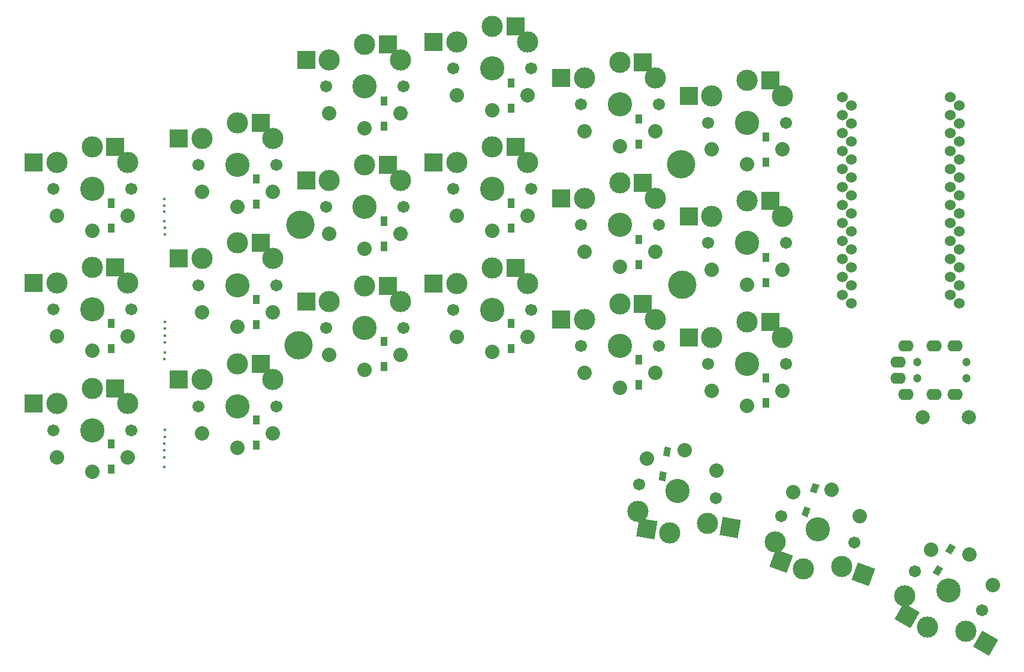
<source format=gbr>
%TF.GenerationSoftware,KiCad,Pcbnew,7.0.6*%
%TF.CreationDate,2023-09-23T12:41:15+07:00*%
%TF.ProjectId,rose,726f7365-2e6b-4696-9361-645f70636258,rev?*%
%TF.SameCoordinates,Original*%
%TF.FileFunction,Soldermask,Top*%
%TF.FilePolarity,Negative*%
%FSLAX46Y46*%
G04 Gerber Fmt 4.6, Leading zero omitted, Abs format (unit mm)*
G04 Created by KiCad (PCBNEW 7.0.6) date 2023-09-23 12:41:15*
%MOMM*%
%LPD*%
G01*
G04 APERTURE LIST*
G04 Aperture macros list*
%AMRotRect*
0 Rectangle, with rotation*
0 The origin of the aperture is its center*
0 $1 length*
0 $2 width*
0 $3 Rotation angle, in degrees counterclockwise*
0 Add horizontal line*
21,1,$1,$2,0,0,$3*%
G04 Aperture macros list end*
%ADD10C,0.100000*%
%ADD11C,0.393700*%
%ADD12C,0.500000*%
%ADD13C,4.000000*%
%ADD14C,1.701800*%
%ADD15C,3.000000*%
%ADD16C,3.429000*%
%ADD17C,2.032000*%
%ADD18R,2.600000X2.600000*%
%ADD19C,1.200000*%
%ADD20O,2.200000X1.600000*%
%ADD21C,2.000000*%
%ADD22RotRect,2.600000X2.600000X160.000000*%
%ADD23RotRect,2.600000X2.600000X150.000000*%
%ADD24RotRect,2.600000X2.600000X170.000000*%
%ADD25C,1.524000*%
G04 APERTURE END LIST*
%TO.C,D8*%
D10*
X-97372036Y37017848D02*
X-98222036Y37017848D01*
X-98222036Y38217848D01*
X-97372036Y38217848D01*
X-97372036Y37017848D01*
G36*
X-97372036Y37017848D02*
G01*
X-98222036Y37017848D01*
X-98222036Y38217848D01*
X-97372036Y38217848D01*
X-97372036Y37017848D01*
G37*
X-97372036Y40567848D02*
X-98222036Y40567848D01*
X-98222036Y41767848D01*
X-97372036Y41767848D01*
X-97372036Y40567848D01*
G36*
X-97372036Y40567848D02*
G01*
X-98222036Y40567848D01*
X-98222036Y41767848D01*
X-97372036Y41767848D01*
X-97372036Y40567848D01*
G37*
%TO.C,D6*%
X-25372036Y59967848D02*
X-26222036Y59967848D01*
X-26222036Y61167848D01*
X-25372036Y61167848D01*
X-25372036Y59967848D01*
G36*
X-25372036Y59967848D02*
G01*
X-26222036Y59967848D01*
X-26222036Y61167848D01*
X-25372036Y61167848D01*
X-25372036Y59967848D01*
G37*
X-25372036Y63517848D02*
X-26222036Y63517848D01*
X-26222036Y64717848D01*
X-25372036Y64717848D01*
X-25372036Y63517848D01*
G36*
X-25372036Y63517848D02*
G01*
X-26222036Y63517848D01*
X-26222036Y64717848D01*
X-25372036Y64717848D01*
X-25372036Y63517848D01*
G37*
%TO.C,D15*%
X-79372036Y31067848D02*
X-80222036Y31067848D01*
X-80222036Y32267848D01*
X-79372036Y32267848D01*
X-79372036Y31067848D01*
G36*
X-79372036Y31067848D02*
G01*
X-80222036Y31067848D01*
X-80222036Y32267848D01*
X-79372036Y32267848D01*
X-79372036Y31067848D01*
G37*
X-79372036Y34617848D02*
X-80222036Y34617848D01*
X-80222036Y35817848D01*
X-79372036Y35817848D01*
X-79372036Y34617848D01*
G36*
X-79372036Y34617848D02*
G01*
X-80222036Y34617848D01*
X-80222036Y35817848D01*
X-79372036Y35817848D01*
X-79372036Y34617848D01*
G37*
%TO.C,D21*%
X905561Y6243910D02*
X305561Y5204680D01*
X-430561Y5629680D01*
X169439Y6668910D01*
X905561Y6243910D01*
G36*
X905561Y6243910D02*
G01*
X305561Y5204680D01*
X-430561Y5629680D01*
X169439Y6668910D01*
X905561Y6243910D01*
G37*
X-869439Y3169520D02*
X-1469439Y2130290D01*
X-2205561Y2555290D01*
X-1605561Y3594520D01*
X-869439Y3169520D01*
G36*
X-869439Y3169520D02*
G01*
X-1469439Y2130290D01*
X-2205561Y2555290D01*
X-1605561Y3594520D01*
X-869439Y3169520D01*
G37*
%TO.C,D5*%
X-43372036Y62517848D02*
X-44222036Y62517848D01*
X-44222036Y63717848D01*
X-43372036Y63717848D01*
X-43372036Y62517848D01*
G36*
X-43372036Y62517848D02*
G01*
X-44222036Y62517848D01*
X-44222036Y63717848D01*
X-43372036Y63717848D01*
X-43372036Y62517848D01*
G37*
X-43372036Y66067848D02*
X-44222036Y66067848D01*
X-44222036Y67267848D01*
X-43372036Y67267848D01*
X-43372036Y66067848D01*
G36*
X-43372036Y66067848D02*
G01*
X-44222036Y66067848D01*
X-44222036Y67267848D01*
X-43372036Y67267848D01*
X-43372036Y66067848D01*
G37*
%TO.C,D19*%
X-39254356Y20215243D02*
X-39462734Y19033474D01*
X-40299821Y19181075D01*
X-40091443Y20362844D01*
X-39254356Y20215243D01*
G36*
X-39254356Y20215243D02*
G01*
X-39462734Y19033474D01*
X-40299821Y19181075D01*
X-40091443Y20362844D01*
X-39254356Y20215243D01*
G37*
X-39870807Y16719175D02*
X-40079185Y15537406D01*
X-40916272Y15685007D01*
X-40707894Y16866776D01*
X-39870807Y16719175D01*
G36*
X-39870807Y16719175D02*
G01*
X-40079185Y15537406D01*
X-40916272Y15685007D01*
X-40707894Y16866776D01*
X-39870807Y16719175D01*
G37*
%TO.C,D17*%
X-43372036Y28517848D02*
X-44222036Y28517848D01*
X-44222036Y29717848D01*
X-43372036Y29717848D01*
X-43372036Y28517848D01*
G36*
X-43372036Y28517848D02*
G01*
X-44222036Y28517848D01*
X-44222036Y29717848D01*
X-43372036Y29717848D01*
X-43372036Y28517848D01*
G37*
X-43372036Y32067848D02*
X-44222036Y32067848D01*
X-44222036Y33267848D01*
X-43372036Y33267848D01*
X-43372036Y32067848D01*
G36*
X-43372036Y32067848D02*
G01*
X-44222036Y32067848D01*
X-44222036Y33267848D01*
X-43372036Y33267848D01*
X-43372036Y32067848D01*
G37*
%TO.C,D4*%
X-61372036Y67617848D02*
X-62222036Y67617848D01*
X-62222036Y68817848D01*
X-61372036Y68817848D01*
X-61372036Y67617848D01*
G36*
X-61372036Y67617848D02*
G01*
X-62222036Y67617848D01*
X-62222036Y68817848D01*
X-61372036Y68817848D01*
X-61372036Y67617848D01*
G37*
X-61372036Y71167848D02*
X-62222036Y71167848D01*
X-62222036Y72367848D01*
X-61372036Y72367848D01*
X-61372036Y71167848D01*
G36*
X-61372036Y71167848D02*
G01*
X-62222036Y71167848D01*
X-62222036Y72367848D01*
X-61372036Y72367848D01*
X-61372036Y71167848D01*
G37*
%TO.C,D14*%
X-97372036Y20017848D02*
X-98222036Y20017848D01*
X-98222036Y21217848D01*
X-97372036Y21217848D01*
X-97372036Y20017848D01*
G36*
X-97372036Y20017848D02*
G01*
X-98222036Y20017848D01*
X-98222036Y21217848D01*
X-97372036Y21217848D01*
X-97372036Y20017848D01*
G37*
X-97372036Y23567848D02*
X-98222036Y23567848D01*
X-98222036Y24767848D01*
X-97372036Y24767848D01*
X-97372036Y23567848D01*
G36*
X-97372036Y23567848D02*
G01*
X-98222036Y23567848D01*
X-98222036Y24767848D01*
X-97372036Y24767848D01*
X-97372036Y23567848D01*
G37*
%TO.C,D9*%
X-79372036Y48067848D02*
X-80222036Y48067848D01*
X-80222036Y49267848D01*
X-79372036Y49267848D01*
X-79372036Y48067848D01*
G36*
X-79372036Y48067848D02*
G01*
X-80222036Y48067848D01*
X-80222036Y49267848D01*
X-79372036Y49267848D01*
X-79372036Y48067848D01*
G37*
X-79372036Y51617848D02*
X-80222036Y51617848D01*
X-80222036Y52817848D01*
X-79372036Y52817848D01*
X-79372036Y51617848D01*
G36*
X-79372036Y51617848D02*
G01*
X-80222036Y51617848D01*
X-80222036Y52817848D01*
X-79372036Y52817848D01*
X-79372036Y51617848D01*
G37*
%TO.C,D3*%
X-79372036Y65067848D02*
X-80222036Y65067848D01*
X-80222036Y66267848D01*
X-79372036Y66267848D01*
X-79372036Y65067848D01*
G36*
X-79372036Y65067848D02*
G01*
X-80222036Y65067848D01*
X-80222036Y66267848D01*
X-79372036Y66267848D01*
X-79372036Y65067848D01*
G37*
X-79372036Y68617848D02*
X-80222036Y68617848D01*
X-80222036Y69817848D01*
X-79372036Y69817848D01*
X-79372036Y68617848D01*
G36*
X-79372036Y68617848D02*
G01*
X-80222036Y68617848D01*
X-80222036Y69817848D01*
X-79372036Y69817848D01*
X-79372036Y68617848D01*
G37*
%TO.C,D13*%
X-117872036Y16617848D02*
X-118722036Y16617848D01*
X-118722036Y17817848D01*
X-117872036Y17817848D01*
X-117872036Y16617848D01*
G36*
X-117872036Y16617848D02*
G01*
X-118722036Y16617848D01*
X-118722036Y17817848D01*
X-117872036Y17817848D01*
X-117872036Y16617848D01*
G37*
X-117872036Y20167848D02*
X-118722036Y20167848D01*
X-118722036Y21367848D01*
X-117872036Y21367848D01*
X-117872036Y20167848D01*
G36*
X-117872036Y20167848D02*
G01*
X-118722036Y20167848D01*
X-118722036Y21367848D01*
X-117872036Y21367848D01*
X-117872036Y20167848D01*
G37*
%TO.C,D10*%
X-61372036Y50617848D02*
X-62222036Y50617848D01*
X-62222036Y51817848D01*
X-61372036Y51817848D01*
X-61372036Y50617848D01*
G36*
X-61372036Y50617848D02*
G01*
X-62222036Y50617848D01*
X-62222036Y51817848D01*
X-61372036Y51817848D01*
X-61372036Y50617848D01*
G37*
X-61372036Y54167848D02*
X-62222036Y54167848D01*
X-62222036Y55367848D01*
X-61372036Y55367848D01*
X-61372036Y54167848D01*
G36*
X-61372036Y54167848D02*
G01*
X-62222036Y54167848D01*
X-62222036Y55367848D01*
X-61372036Y55367848D01*
X-61372036Y54167848D01*
G37*
%TO.C,D1*%
X-117872036Y50617848D02*
X-118722036Y50617848D01*
X-118722036Y51817848D01*
X-117872036Y51817848D01*
X-117872036Y50617848D01*
G36*
X-117872036Y50617848D02*
G01*
X-118722036Y50617848D01*
X-118722036Y51817848D01*
X-117872036Y51817848D01*
X-117872036Y50617848D01*
G37*
X-117872036Y54167848D02*
X-118722036Y54167848D01*
X-118722036Y55367848D01*
X-117872036Y55367848D01*
X-117872036Y54167848D01*
G36*
X-117872036Y54167848D02*
G01*
X-118722036Y54167848D01*
X-118722036Y55367848D01*
X-117872036Y55367848D01*
X-117872036Y54167848D01*
G37*
%TO.C,D18*%
X-25372036Y25967848D02*
X-26222036Y25967848D01*
X-26222036Y27167848D01*
X-25372036Y27167848D01*
X-25372036Y25967848D01*
G36*
X-25372036Y25967848D02*
G01*
X-26222036Y25967848D01*
X-26222036Y27167848D01*
X-25372036Y27167848D01*
X-25372036Y25967848D01*
G37*
X-25372036Y29517848D02*
X-26222036Y29517848D01*
X-26222036Y30717848D01*
X-25372036Y30717848D01*
X-25372036Y29517848D01*
G36*
X-25372036Y29517848D02*
G01*
X-26222036Y29517848D01*
X-26222036Y30717848D01*
X-25372036Y30717848D01*
X-25372036Y29517848D01*
G37*
%TO.C,D11*%
X-43372036Y45517848D02*
X-44222036Y45517848D01*
X-44222036Y46717848D01*
X-43372036Y46717848D01*
X-43372036Y45517848D01*
G36*
X-43372036Y45517848D02*
G01*
X-44222036Y45517848D01*
X-44222036Y46717848D01*
X-43372036Y46717848D01*
X-43372036Y45517848D01*
G37*
X-43372036Y49067848D02*
X-44222036Y49067848D01*
X-44222036Y50267848D01*
X-43372036Y50267848D01*
X-43372036Y49067848D01*
G36*
X-43372036Y49067848D02*
G01*
X-44222036Y49067848D01*
X-44222036Y50267848D01*
X-43372036Y50267848D01*
X-43372036Y49067848D01*
G37*
%TO.C,D16*%
X-61372036Y33617848D02*
X-62222036Y33617848D01*
X-62222036Y34817848D01*
X-61372036Y34817848D01*
X-61372036Y33617848D01*
G36*
X-61372036Y33617848D02*
G01*
X-62222036Y33617848D01*
X-62222036Y34817848D01*
X-61372036Y34817848D01*
X-61372036Y33617848D01*
G37*
X-61372036Y37167848D02*
X-62222036Y37167848D01*
X-62222036Y38367848D01*
X-61372036Y38367848D01*
X-61372036Y37167848D01*
G36*
X-61372036Y37167848D02*
G01*
X-62222036Y37167848D01*
X-62222036Y38367848D01*
X-61372036Y38367848D01*
X-61372036Y37167848D01*
G37*
%TO.C,D2*%
X-97372036Y54017848D02*
X-98222036Y54017848D01*
X-98222036Y55217848D01*
X-97372036Y55217848D01*
X-97372036Y54017848D01*
G36*
X-97372036Y54017848D02*
G01*
X-98222036Y54017848D01*
X-98222036Y55217848D01*
X-97372036Y55217848D01*
X-97372036Y54017848D01*
G37*
X-97372036Y57567848D02*
X-98222036Y57567848D01*
X-98222036Y58767848D01*
X-97372036Y58767848D01*
X-97372036Y57567848D01*
G36*
X-97372036Y57567848D02*
G01*
X-98222036Y57567848D01*
X-98222036Y58767848D01*
X-97372036Y58767848D01*
X-97372036Y57567848D01*
G37*
%TO.C,D7*%
X-117872036Y33617848D02*
X-118722036Y33617848D01*
X-118722036Y34817848D01*
X-117872036Y34817848D01*
X-117872036Y33617848D01*
G36*
X-117872036Y33617848D02*
G01*
X-118722036Y33617848D01*
X-118722036Y34817848D01*
X-117872036Y34817848D01*
X-117872036Y33617848D01*
G37*
X-117872036Y37167848D02*
X-118722036Y37167848D01*
X-118722036Y38367848D01*
X-117872036Y38367848D01*
X-117872036Y37167848D01*
G36*
X-117872036Y37167848D02*
G01*
X-118722036Y37167848D01*
X-118722036Y38367848D01*
X-117872036Y38367848D01*
X-117872036Y37167848D01*
G37*
%TO.C,D20*%
X-18319948Y14934218D02*
X-18730372Y13806587D01*
X-19529111Y14097304D01*
X-19118687Y15224936D01*
X-18319948Y14934218D01*
G36*
X-18319948Y14934218D02*
G01*
X-18730372Y13806587D01*
X-19529111Y14097304D01*
X-19118687Y15224936D01*
X-18319948Y14934218D01*
G37*
X-19534119Y11598310D02*
X-19944543Y10470678D01*
X-20743282Y10761396D01*
X-20332858Y11889027D01*
X-19534119Y11598310D01*
G36*
X-19534119Y11598310D02*
G01*
X-19944543Y10470678D01*
X-20743282Y10761396D01*
X-20332858Y11889027D01*
X-19534119Y11598310D01*
G37*
%TO.C,D12*%
X-25372036Y42967848D02*
X-26222036Y42967848D01*
X-26222036Y44167848D01*
X-25372036Y44167848D01*
X-25372036Y42967848D01*
G36*
X-25372036Y42967848D02*
G01*
X-26222036Y42967848D01*
X-26222036Y44167848D01*
X-25372036Y44167848D01*
X-25372036Y42967848D01*
G37*
X-25372036Y46517848D02*
X-26222036Y46517848D01*
X-26222036Y47717848D01*
X-25372036Y47717848D01*
X-25372036Y46517848D01*
G36*
X-25372036Y46517848D02*
G01*
X-26222036Y46517848D01*
X-26222036Y47717848D01*
X-25372036Y47717848D01*
X-25372036Y46517848D01*
G37*
%TD*%
D11*
%TO.C,H13*%
X-110687036Y51268248D03*
%TD*%
D12*
%TO.C,H20*%
X-39307036Y60188248D03*
X-38867036Y61248248D03*
X-38867036Y59128248D03*
X-37807036Y61688248D03*
D13*
X-37807036Y60188248D03*
D12*
X-37807036Y58688248D03*
X-36747036Y61248248D03*
X-36747036Y59128248D03*
X-36307036Y60188248D03*
%TD*%
D14*
%TO.C,S17*%
X-51927036Y34552848D03*
D15*
X-51427036Y38302848D03*
X-46427036Y40502848D03*
D16*
X-46427036Y34552848D03*
D15*
X-41427036Y38302848D03*
D14*
X-40927036Y34552848D03*
D17*
X-46427036Y28652848D03*
D18*
X-43152036Y40502848D03*
X-54702036Y38302848D03*
D17*
X-51427036Y30752848D03*
X-41427036Y30752848D03*
%TD*%
D11*
%TO.C,H5*%
X-110657036Y37929948D03*
%TD*%
D12*
%TO.C,H21*%
X-93027036Y51688248D03*
X-92587036Y52748248D03*
X-92587036Y50628248D03*
X-91527036Y53188248D03*
D13*
X-91527036Y51688248D03*
D12*
X-91527036Y50188248D03*
X-90467036Y52748248D03*
X-90467036Y50628248D03*
X-90027036Y51688248D03*
%TD*%
D19*
%TO.C,U2*%
X2565464Y32275748D03*
X-4434536Y32275748D03*
X2565464Y29975748D03*
X-4434536Y29975748D03*
D20*
X-7134536Y32275748D03*
X-7134536Y29975748D03*
X-6034536Y34575748D03*
X-6034536Y27675748D03*
X-2034536Y34575748D03*
X-2034536Y27675748D03*
X965464Y34575748D03*
X965464Y27675748D03*
%TD*%
D21*
%TO.C,SW1*%
X2892964Y24538248D03*
X-3607036Y24538248D03*
%TD*%
D14*
%TO.C,S4*%
X-69927036Y73753248D03*
D15*
X-69427036Y77503248D03*
X-64427036Y79703248D03*
D16*
X-64427036Y73753248D03*
D15*
X-59427036Y77503248D03*
D14*
X-58927036Y73753248D03*
D17*
X-64427036Y67853248D03*
D18*
X-61152036Y79703248D03*
X-72702036Y77503248D03*
D17*
X-69427036Y69953248D03*
X-59427036Y69953248D03*
%TD*%
D14*
%TO.C,S8*%
X-105927036Y43153248D03*
D15*
X-105427036Y46903248D03*
X-100427036Y49103248D03*
D16*
X-100427036Y43153248D03*
D15*
X-95427036Y46903248D03*
D14*
X-94927036Y43153248D03*
D17*
X-100427036Y37253248D03*
D18*
X-97152036Y49103248D03*
X-108702036Y46903248D03*
D17*
X-105427036Y39353248D03*
X-95427036Y39353248D03*
%TD*%
D11*
%TO.C,H14*%
X-110717036Y52148248D03*
%TD*%
%TO.C,H1*%
X-110697036Y22708248D03*
%TD*%
D14*
%TO.C,S6*%
X-33927036Y66103248D03*
D15*
X-33427036Y69853248D03*
X-28427036Y72053248D03*
D16*
X-28427036Y66103248D03*
D15*
X-23427036Y69853248D03*
D14*
X-22927036Y66103248D03*
D17*
X-28427036Y60203248D03*
D18*
X-25152036Y72053248D03*
X-36702036Y69853248D03*
D17*
X-33427036Y62303248D03*
X-23427036Y62303248D03*
%TD*%
D11*
%TO.C,H18*%
X-110727036Y53508248D03*
%TD*%
D14*
%TO.C,S20*%
X-13325746Y6786613D03*
D15*
X-15078168Y3433775D03*
X-20529075Y3076552D03*
D16*
X-18494055Y8667723D03*
D15*
X-24475094Y6853977D03*
D14*
X-23662365Y10548834D03*
D17*
X-16476136Y14211910D03*
D22*
X-23606569Y4196668D03*
X-12000674Y2313659D03*
D17*
X-12495916Y10528455D03*
X-21892842Y13948656D03*
%TD*%
D11*
%TO.C,H15*%
X-110717036Y17458248D03*
%TD*%
D14*
%TO.C,S12*%
X-33927036Y49103248D03*
D15*
X-33427036Y52853248D03*
X-28427036Y55053248D03*
D16*
X-28427036Y49103248D03*
D15*
X-23427036Y52853248D03*
D14*
X-22927036Y49103248D03*
D17*
X-28427036Y43203248D03*
D18*
X-25152036Y55053248D03*
X-36702036Y52853248D03*
D17*
X-33427036Y45303248D03*
X-23427036Y45303248D03*
%TD*%
D11*
%TO.C,H8*%
X-110717036Y32668248D03*
%TD*%
D14*
%TO.C,S14*%
X-105927036Y26052848D03*
D15*
X-105427036Y29802848D03*
X-100427036Y32002848D03*
D16*
X-100427036Y26052848D03*
D15*
X-95427036Y29802848D03*
D14*
X-94927036Y26052848D03*
D17*
X-100427036Y20152848D03*
D18*
X-97152036Y32002848D03*
X-108702036Y29802848D03*
D17*
X-105427036Y22252848D03*
X-95427036Y22252848D03*
%TD*%
D14*
%TO.C,S10*%
X-69927036Y56753248D03*
D15*
X-69427036Y60503248D03*
X-64427036Y62703248D03*
D16*
X-64427036Y56753248D03*
D15*
X-59427036Y60503248D03*
D14*
X-58927036Y56753248D03*
D17*
X-64427036Y50853248D03*
D18*
X-61152036Y62703248D03*
X-72702036Y60503248D03*
D17*
X-69427036Y52953248D03*
X-59427036Y52953248D03*
%TD*%
D14*
%TO.C,S13*%
X-126427036Y22652848D03*
D15*
X-125927036Y26402848D03*
X-120927036Y28602848D03*
D16*
X-120927036Y22652848D03*
D15*
X-115927036Y26402848D03*
D14*
X-115427036Y22652848D03*
D17*
X-120927036Y16752848D03*
D18*
X-117652036Y28602848D03*
X-129202036Y26402848D03*
D17*
X-125927036Y18852848D03*
X-115927036Y18852848D03*
%TD*%
D14*
%TO.C,S16*%
X-69927036Y39652848D03*
D15*
X-69427036Y43402848D03*
X-64427036Y45602848D03*
D16*
X-64427036Y39652848D03*
D15*
X-59427036Y43402848D03*
D14*
X-58927036Y39652848D03*
D17*
X-64427036Y33752848D03*
D18*
X-61152036Y45602848D03*
X-72702036Y43402848D03*
D17*
X-69427036Y35852848D03*
X-59427036Y35852848D03*
%TD*%
D11*
%TO.C,H4*%
X-110727036Y19808248D03*
%TD*%
%TO.C,H16*%
X-110727036Y54391823D03*
%TD*%
%TO.C,H17*%
X-110707036Y55318248D03*
%TD*%
%TO.C,H9*%
X-110677036Y50328248D03*
%TD*%
%TO.C,H2*%
X-110697036Y21741823D03*
%TD*%
D14*
%TO.C,S7*%
X-126427036Y39753248D03*
D15*
X-125927036Y43503248D03*
X-120927036Y45703248D03*
D16*
X-120927036Y39753248D03*
D15*
X-115927036Y43503248D03*
D14*
X-115427036Y39753248D03*
D17*
X-120927036Y33853248D03*
D18*
X-117652036Y45703248D03*
X-129202036Y43503248D03*
D17*
X-125927036Y35953248D03*
X-115927036Y35953248D03*
%TD*%
D11*
%TO.C,H3*%
X-110707036Y20781823D03*
%TD*%
D14*
%TO.C,S21*%
X4756104Y-2751752D03*
D15*
X2448091Y-5749347D03*
X-2982036Y-5154603D03*
D16*
X-7036Y-1752D03*
D15*
X-6212163Y-749347D03*
D14*
X-4770176Y2748248D03*
D17*
X2942964Y5107798D03*
D23*
X-5818269Y-3517103D03*
X5284324Y-7386847D03*
D17*
X6223091Y789144D03*
X-2437163Y5789144D03*
%TD*%
D14*
%TO.C,S11*%
X-51927036Y51653248D03*
D15*
X-51427036Y55403248D03*
X-46427036Y57603248D03*
D16*
X-46427036Y51653248D03*
D15*
X-41427036Y55403248D03*
D14*
X-40927036Y51653248D03*
D17*
X-46427036Y45753248D03*
D18*
X-43152036Y57603248D03*
X-54702036Y55403248D03*
D17*
X-51427036Y47853248D03*
X-41427036Y47853248D03*
%TD*%
D14*
%TO.C,S18*%
X-33927036Y32002848D03*
D15*
X-33427036Y35752848D03*
X-28427036Y37952848D03*
D16*
X-28427036Y32002848D03*
D15*
X-23427036Y35752848D03*
D14*
X-22927036Y32002848D03*
D17*
X-28427036Y26102848D03*
D18*
X-25152036Y37952848D03*
X-36702036Y35752848D03*
D17*
X-33427036Y28202848D03*
X-23427036Y28202848D03*
%TD*%
D14*
%TO.C,S3*%
X-87927036Y71203248D03*
D15*
X-87427036Y74953248D03*
X-82427036Y77153248D03*
D16*
X-82427036Y71203248D03*
D15*
X-77427036Y74953248D03*
D14*
X-76927036Y71203248D03*
D17*
X-82427036Y65303248D03*
D18*
X-79152036Y77153248D03*
X-90702036Y74953248D03*
D17*
X-87427036Y67403248D03*
X-77427036Y67403248D03*
%TD*%
D11*
%TO.C,H11*%
X-110697036Y33678248D03*
%TD*%
D14*
%TO.C,S19*%
X-32896418Y13092673D03*
D15*
X-34040003Y9486468D03*
X-39346067Y8188131D03*
D16*
X-38312861Y14047738D03*
D15*
X-43888080Y11222949D03*
D14*
X-43729303Y15002803D03*
D17*
X-37288336Y19858103D03*
D24*
X-42571313Y8756829D03*
X-30814757Y8917770D03*
D17*
X-32728959Y16921766D03*
X-42577036Y18658248D03*
%TD*%
D12*
%TO.C,H22*%
X-39137036Y43208248D03*
X-38697036Y44268248D03*
X-38697036Y42148248D03*
X-37637036Y44708248D03*
D13*
X-37637036Y43208248D03*
D12*
X-37637036Y41708248D03*
X-36577036Y44268248D03*
X-36577036Y42148248D03*
X-36137036Y43208248D03*
%TD*%
D11*
%TO.C,H10*%
X-110657036Y35078248D03*
%TD*%
D14*
%TO.C,S9*%
X-87927036Y54203248D03*
D15*
X-87427036Y57953248D03*
X-82427036Y60153248D03*
D16*
X-82427036Y54203248D03*
D15*
X-77427036Y57953248D03*
D14*
X-76927036Y54203248D03*
D17*
X-82427036Y48303248D03*
D18*
X-79152036Y60153248D03*
X-90702036Y57953248D03*
D17*
X-87427036Y50403248D03*
X-77427036Y50403248D03*
%TD*%
D14*
%TO.C,S5*%
X-51927036Y68653248D03*
D15*
X-51427036Y72403248D03*
X-46427036Y74603248D03*
D16*
X-46427036Y68653248D03*
D15*
X-41427036Y72403248D03*
D14*
X-40927036Y68653248D03*
D17*
X-46427036Y62753248D03*
D18*
X-43152036Y74603248D03*
X-54702036Y72403248D03*
D17*
X-51427036Y64853248D03*
X-41427036Y64853248D03*
%TD*%
D14*
%TO.C,S15*%
X-87927036Y37102848D03*
D15*
X-87427036Y40852848D03*
X-82427036Y43052848D03*
D16*
X-82427036Y37102848D03*
D15*
X-77427036Y40852848D03*
D14*
X-76927036Y37102848D03*
D17*
X-82427036Y31202848D03*
D18*
X-79152036Y43052848D03*
X-90702036Y40852848D03*
D17*
X-87427036Y33302848D03*
X-77427036Y33302848D03*
%TD*%
D12*
%TO.C,H19*%
X-93267036Y34688248D03*
X-92827036Y35748248D03*
X-92827036Y33628248D03*
X-91767036Y36188248D03*
D13*
X-91767036Y34688248D03*
D12*
X-91767036Y33188248D03*
X-90707036Y35748248D03*
X-90707036Y33628248D03*
X-90267036Y34688248D03*
%TD*%
D11*
%TO.C,H7*%
X-110647036Y36048248D03*
%TD*%
%TO.C,H12*%
X-110727036Y18828248D03*
%TD*%
D14*
%TO.C,S2*%
X-105927036Y60153248D03*
D15*
X-105427036Y63903248D03*
X-100427036Y66103248D03*
D16*
X-100427036Y60153248D03*
D15*
X-95427036Y63903248D03*
D14*
X-94927036Y60153248D03*
D17*
X-100427036Y54253248D03*
D18*
X-97152036Y66103248D03*
X-108702036Y63903248D03*
D17*
X-105427036Y56353248D03*
X-95427036Y56353248D03*
%TD*%
D11*
%TO.C,H6*%
X-110657036Y36998248D03*
%TD*%
D25*
%TO.C,U1*%
X-15027036Y69738248D03*
X1511779Y68542503D03*
X-15027036Y67198248D03*
X1511779Y66002503D03*
X-15027036Y64658248D03*
X1511779Y63462503D03*
X-15027036Y62118248D03*
X1511779Y60922503D03*
X-15027036Y59578248D03*
X1511779Y58382503D03*
X-15027036Y57038248D03*
X1511779Y55842503D03*
X-15027036Y54498248D03*
X1511779Y53302503D03*
X-15027036Y51958248D03*
X1511779Y50762503D03*
X-15027036Y49418248D03*
X1511779Y48222503D03*
X-15027036Y46878248D03*
X1511779Y45682503D03*
X-15027036Y44338248D03*
X1511779Y43142503D03*
X-15027036Y41798248D03*
X1511779Y40602503D03*
X-13728221Y40602503D03*
X212964Y41798248D03*
X-13728221Y43142503D03*
X212964Y44338248D03*
X-13728221Y45682503D03*
X212964Y46878248D03*
X-13728221Y48222503D03*
X212964Y49418248D03*
X-13728221Y50762503D03*
X212964Y51958248D03*
X-13728221Y53302503D03*
X212964Y54498248D03*
X-13728221Y55842503D03*
X212964Y57038248D03*
X-13728221Y58382503D03*
X212964Y59578248D03*
X-13728221Y60922503D03*
X212964Y62118248D03*
X-13728221Y63462503D03*
X212964Y64658248D03*
X-13728221Y66002503D03*
X212964Y67198248D03*
X-13728221Y68542503D03*
X212964Y69738248D03*
%TD*%
D14*
%TO.C,S1*%
X-126427036Y56753248D03*
D15*
X-125927036Y60503248D03*
X-120927036Y62703248D03*
D16*
X-120927036Y56753248D03*
D15*
X-115927036Y60503248D03*
D14*
X-115427036Y56753248D03*
D17*
X-120927036Y50853248D03*
D18*
X-117652036Y62703248D03*
X-129202036Y60503248D03*
D17*
X-125927036Y52953248D03*
X-115927036Y52953248D03*
%TD*%
M02*

</source>
